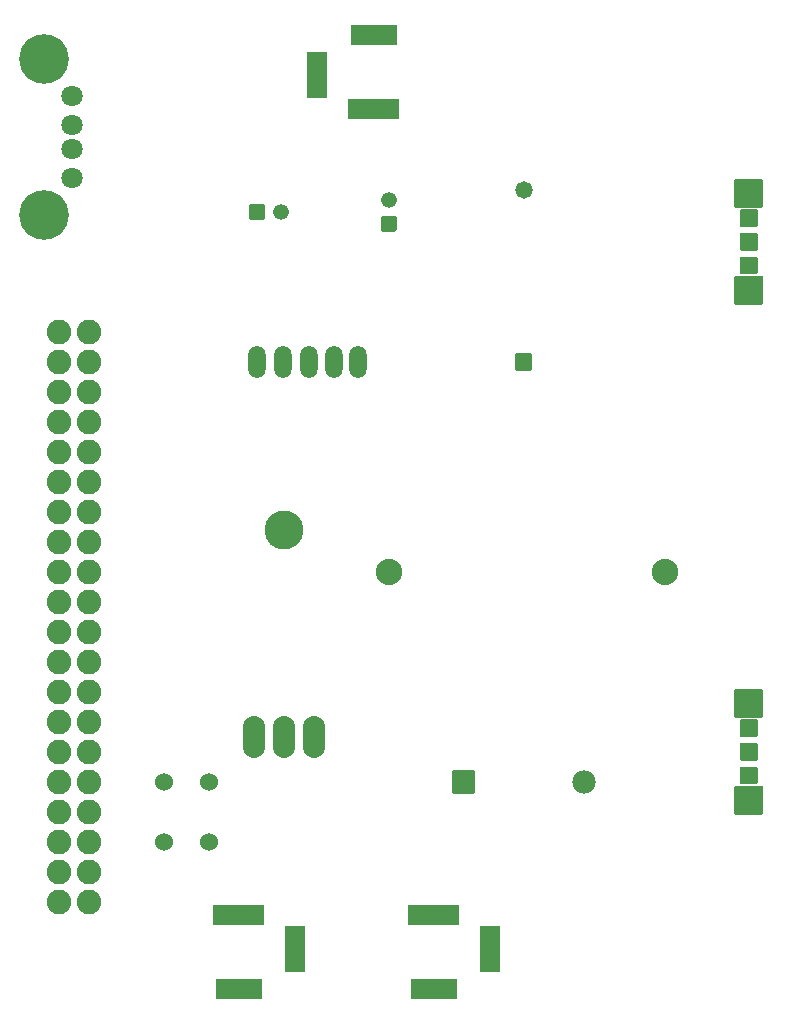
<source format=gts>
G04 #@! TF.GenerationSoftware,KiCad,Pcbnew,(5.1.10)-1*
G04 #@! TF.CreationDate,2021-11-03T22:51:16-05:00*
G04 #@! TF.ProjectId,Kitty_Cannon_Schematic,4b697474-795f-4436-916e-6e6f6e5f5363,rev?*
G04 #@! TF.SameCoordinates,Original*
G04 #@! TF.FileFunction,Soldermask,Top*
G04 #@! TF.FilePolarity,Negative*
%FSLAX46Y46*%
G04 Gerber Fmt 4.6, Leading zero omitted, Abs format (unit mm)*
G04 Created by KiCad (PCBNEW (5.1.10)-1) date 2021-11-03 22:51:16*
%MOMM*%
%LPD*%
G01*
G04 APERTURE LIST*
%ADD10C,0.100000*%
%ADD11C,2.082800*%
%ADD12O,1.473200X2.743200*%
%ADD13C,1.473200*%
%ADD14C,1.981200*%
%ADD15C,1.000000*%
%ADD16C,4.203200*%
%ADD17C,1.803200*%
%ADD18C,3.302000*%
%ADD19O,1.879600X3.556000*%
%ADD20C,1.524000*%
%ADD21C,1.323200*%
%ADD22C,2.235200*%
G04 APERTURE END LIST*
D10*
G36*
X149383440Y-70069790D02*
G01*
X145081100Y-70069790D01*
X145081100Y-71763600D01*
X149383440Y-71763600D01*
X149383440Y-70069790D01*
G37*
G36*
X141581059Y-66068100D02*
G01*
X141581059Y-69963560D01*
X143276600Y-69963560D01*
X143276600Y-66068100D01*
X141581059Y-66068100D01*
G37*
G36*
X149182440Y-63763188D02*
G01*
X145281100Y-63763188D01*
X145281100Y-65463600D01*
X149182440Y-65463600D01*
X149182440Y-63763188D01*
G37*
G36*
X133648760Y-139937410D02*
G01*
X137951100Y-139937410D01*
X137951100Y-138243600D01*
X133648760Y-138243600D01*
X133648760Y-139937410D01*
G37*
G36*
X141451141Y-143939100D02*
G01*
X141451141Y-140043640D01*
X139755600Y-140043640D01*
X139755600Y-143939100D01*
X141451141Y-143939100D01*
G37*
G36*
X133849760Y-146244012D02*
G01*
X137751100Y-146244012D01*
X137751100Y-144543600D01*
X133849760Y-144543600D01*
X133849760Y-146244012D01*
G37*
G36*
X150158760Y-139937410D02*
G01*
X154461100Y-139937410D01*
X154461100Y-138243600D01*
X150158760Y-138243600D01*
X150158760Y-139937410D01*
G37*
G36*
X157961141Y-143939100D02*
G01*
X157961141Y-140043640D01*
X156265600Y-140043640D01*
X156265600Y-143939100D01*
X157961141Y-143939100D01*
G37*
G36*
X150359760Y-146244012D02*
G01*
X154261100Y-146244012D01*
X154261100Y-144543600D01*
X150359760Y-144543600D01*
X150359760Y-146244012D01*
G37*
D11*
X120561100Y-138023600D03*
X123101100Y-138023600D03*
X120561100Y-135483600D03*
X123101100Y-135483600D03*
X120561100Y-132943600D03*
X123101100Y-132943600D03*
X120561100Y-130403600D03*
X123101100Y-130403600D03*
X120561100Y-127863600D03*
X123101100Y-127863600D03*
X120561100Y-125323600D03*
X123101100Y-125323600D03*
X120561100Y-122783600D03*
X123101100Y-122783600D03*
X120561100Y-120243600D03*
X123101100Y-120243600D03*
X120561100Y-117703600D03*
X123101100Y-117703600D03*
X120561100Y-115163600D03*
X123101100Y-115163600D03*
X120561100Y-112623600D03*
X123101100Y-112623600D03*
X120561100Y-110083600D03*
X123101100Y-110083600D03*
X120561100Y-107543600D03*
X123101100Y-107543600D03*
X120561100Y-105003600D03*
X123101100Y-105003600D03*
X120561100Y-102463600D03*
X123101100Y-102463600D03*
X120561100Y-99923600D03*
X123101100Y-99923600D03*
X120561100Y-97383600D03*
X123101100Y-97383600D03*
X120561100Y-94843600D03*
X123101100Y-94843600D03*
X120561100Y-92303600D03*
X123101100Y-92303600D03*
X120561100Y-89763600D03*
X123101100Y-89763600D03*
D12*
X145917920Y-92339160D03*
X143865600Y-92313760D03*
X141745100Y-92303600D03*
X139512040Y-92344240D03*
X137320020Y-92293440D03*
D13*
X159931100Y-77774800D03*
G36*
G01*
X160566100Y-93040200D02*
X159296100Y-93040200D01*
G75*
G02*
X159194500Y-92938600I0J101600D01*
G01*
X159194500Y-91668600D01*
G75*
G02*
X159296100Y-91567000I101600J0D01*
G01*
X160566100Y-91567000D01*
G75*
G02*
X160667700Y-91668600I0J-101600D01*
G01*
X160667700Y-92938600D01*
G75*
G02*
X160566100Y-93040200I-101600J0D01*
G01*
G37*
G36*
G01*
X153860500Y-128752600D02*
X153860500Y-126974600D01*
G75*
G02*
X153962100Y-126873000I101600J0D01*
G01*
X155740100Y-126873000D01*
G75*
G02*
X155841700Y-126974600I0J-101600D01*
G01*
X155841700Y-128752600D01*
G75*
G02*
X155740100Y-128854200I-101600J0D01*
G01*
X153962100Y-128854200D01*
G75*
G02*
X153860500Y-128752600I0J101600D01*
G01*
G37*
D14*
X165011100Y-127863600D03*
G36*
G01*
X143182700Y-67963600D02*
X143182700Y-68063600D01*
G75*
G02*
X143081100Y-68165200I-101600J0D01*
G01*
X142981100Y-68165200D01*
G75*
G02*
X142879500Y-68063600I0J101600D01*
G01*
X142879500Y-67963600D01*
G75*
G02*
X142981100Y-67862000I101600J0D01*
G01*
X143081100Y-67862000D01*
G75*
G02*
X143182700Y-67963600I0J-101600D01*
G01*
G37*
G36*
G01*
X147382700Y-65213600D02*
X147382700Y-65313600D01*
G75*
G02*
X147281100Y-65415200I-101600J0D01*
G01*
X147181100Y-65415200D01*
G75*
G02*
X147079500Y-65313600I0J101600D01*
G01*
X147079500Y-65213600D01*
G75*
G02*
X147181100Y-65112000I101600J0D01*
G01*
X147281100Y-65112000D01*
G75*
G02*
X147382700Y-65213600I0J-101600D01*
G01*
G37*
G36*
G01*
X147382700Y-70263600D02*
X147382700Y-70363600D01*
G75*
G02*
X147281100Y-70465200I-101600J0D01*
G01*
X147181100Y-70465200D01*
G75*
G02*
X147079500Y-70363600I0J101600D01*
G01*
X147079500Y-70263600D01*
G75*
G02*
X147181100Y-70162000I101600J0D01*
G01*
X147281100Y-70162000D01*
G75*
G02*
X147382700Y-70263600I0J-101600D01*
G01*
G37*
D15*
X147231100Y-70913600D03*
X142431100Y-68013600D03*
X147231100Y-64613600D03*
G36*
G01*
X139849500Y-142043600D02*
X139849500Y-141943600D01*
G75*
G02*
X139951100Y-141842000I101600J0D01*
G01*
X140051100Y-141842000D01*
G75*
G02*
X140152700Y-141943600I0J-101600D01*
G01*
X140152700Y-142043600D01*
G75*
G02*
X140051100Y-142145200I-101600J0D01*
G01*
X139951100Y-142145200D01*
G75*
G02*
X139849500Y-142043600I0J101600D01*
G01*
G37*
G36*
G01*
X135649500Y-144793600D02*
X135649500Y-144693600D01*
G75*
G02*
X135751100Y-144592000I101600J0D01*
G01*
X135851100Y-144592000D01*
G75*
G02*
X135952700Y-144693600I0J-101600D01*
G01*
X135952700Y-144793600D01*
G75*
G02*
X135851100Y-144895200I-101600J0D01*
G01*
X135751100Y-144895200D01*
G75*
G02*
X135649500Y-144793600I0J101600D01*
G01*
G37*
G36*
G01*
X135649500Y-139743600D02*
X135649500Y-139643600D01*
G75*
G02*
X135751100Y-139542000I101600J0D01*
G01*
X135851100Y-139542000D01*
G75*
G02*
X135952700Y-139643600I0J-101600D01*
G01*
X135952700Y-139743600D01*
G75*
G02*
X135851100Y-139845200I-101600J0D01*
G01*
X135751100Y-139845200D01*
G75*
G02*
X135649500Y-139743600I0J101600D01*
G01*
G37*
X135801100Y-139093600D03*
X140601100Y-141993600D03*
X135801100Y-145393600D03*
G36*
G01*
X156359500Y-142043600D02*
X156359500Y-141943600D01*
G75*
G02*
X156461100Y-141842000I101600J0D01*
G01*
X156561100Y-141842000D01*
G75*
G02*
X156662700Y-141943600I0J-101600D01*
G01*
X156662700Y-142043600D01*
G75*
G02*
X156561100Y-142145200I-101600J0D01*
G01*
X156461100Y-142145200D01*
G75*
G02*
X156359500Y-142043600I0J101600D01*
G01*
G37*
G36*
G01*
X152159500Y-144793600D02*
X152159500Y-144693600D01*
G75*
G02*
X152261100Y-144592000I101600J0D01*
G01*
X152361100Y-144592000D01*
G75*
G02*
X152462700Y-144693600I0J-101600D01*
G01*
X152462700Y-144793600D01*
G75*
G02*
X152361100Y-144895200I-101600J0D01*
G01*
X152261100Y-144895200D01*
G75*
G02*
X152159500Y-144793600I0J101600D01*
G01*
G37*
G36*
G01*
X152159500Y-139743600D02*
X152159500Y-139643600D01*
G75*
G02*
X152261100Y-139542000I101600J0D01*
G01*
X152361100Y-139542000D01*
G75*
G02*
X152462700Y-139643600I0J-101600D01*
G01*
X152462700Y-139743600D01*
G75*
G02*
X152361100Y-139845200I-101600J0D01*
G01*
X152261100Y-139845200D01*
G75*
G02*
X152159500Y-139743600I0J101600D01*
G01*
G37*
X152311100Y-139093600D03*
X157111100Y-141993600D03*
X152311100Y-145393600D03*
D16*
X119291100Y-79823600D03*
X119291100Y-66683600D03*
D17*
X121691100Y-76753600D03*
X121691100Y-74253600D03*
X121691100Y-72253600D03*
X121691100Y-69753600D03*
G36*
G01*
X180106100Y-130650200D02*
X177856100Y-130650200D01*
G75*
G02*
X177754500Y-130548600I0J101600D01*
G01*
X177754500Y-128298600D01*
G75*
G02*
X177856100Y-128197000I101600J0D01*
G01*
X180106100Y-128197000D01*
G75*
G02*
X180207700Y-128298600I0J-101600D01*
G01*
X180207700Y-130548600D01*
G75*
G02*
X180106100Y-130650200I-101600J0D01*
G01*
G37*
G36*
G01*
X180106100Y-122450200D02*
X177856100Y-122450200D01*
G75*
G02*
X177754500Y-122348600I0J101600D01*
G01*
X177754500Y-120098600D01*
G75*
G02*
X177856100Y-119997000I101600J0D01*
G01*
X180106100Y-119997000D01*
G75*
G02*
X180207700Y-120098600I0J-101600D01*
G01*
X180207700Y-122348600D01*
G75*
G02*
X180106100Y-122450200I-101600J0D01*
G01*
G37*
G36*
G01*
X179635100Y-124079200D02*
X178327100Y-124079200D01*
G75*
G02*
X178225500Y-123977600I0J101600D01*
G01*
X178225500Y-122669600D01*
G75*
G02*
X178327100Y-122568000I101600J0D01*
G01*
X179635100Y-122568000D01*
G75*
G02*
X179736700Y-122669600I0J-101600D01*
G01*
X179736700Y-123977600D01*
G75*
G02*
X179635100Y-124079200I-101600J0D01*
G01*
G37*
G36*
G01*
X179635100Y-128079200D02*
X178327100Y-128079200D01*
G75*
G02*
X178225500Y-127977600I0J101600D01*
G01*
X178225500Y-126669600D01*
G75*
G02*
X178327100Y-126568000I101600J0D01*
G01*
X179635100Y-126568000D01*
G75*
G02*
X179736700Y-126669600I0J-101600D01*
G01*
X179736700Y-127977600D01*
G75*
G02*
X179635100Y-128079200I-101600J0D01*
G01*
G37*
G36*
G01*
X179635100Y-126079200D02*
X178327100Y-126079200D01*
G75*
G02*
X178225500Y-125977600I0J101600D01*
G01*
X178225500Y-124669600D01*
G75*
G02*
X178327100Y-124568000I101600J0D01*
G01*
X179635100Y-124568000D01*
G75*
G02*
X179736700Y-124669600I0J-101600D01*
G01*
X179736700Y-125977600D01*
G75*
G02*
X179635100Y-126079200I-101600J0D01*
G01*
G37*
G36*
G01*
X177856100Y-76817000D02*
X180106100Y-76817000D01*
G75*
G02*
X180207700Y-76918600I0J-101600D01*
G01*
X180207700Y-79168600D01*
G75*
G02*
X180106100Y-79270200I-101600J0D01*
G01*
X177856100Y-79270200D01*
G75*
G02*
X177754500Y-79168600I0J101600D01*
G01*
X177754500Y-76918600D01*
G75*
G02*
X177856100Y-76817000I101600J0D01*
G01*
G37*
G36*
G01*
X177856100Y-85017000D02*
X180106100Y-85017000D01*
G75*
G02*
X180207700Y-85118600I0J-101600D01*
G01*
X180207700Y-87368600D01*
G75*
G02*
X180106100Y-87470200I-101600J0D01*
G01*
X177856100Y-87470200D01*
G75*
G02*
X177754500Y-87368600I0J101600D01*
G01*
X177754500Y-85118600D01*
G75*
G02*
X177856100Y-85017000I101600J0D01*
G01*
G37*
G36*
G01*
X178327100Y-83388000D02*
X179635100Y-83388000D01*
G75*
G02*
X179736700Y-83489600I0J-101600D01*
G01*
X179736700Y-84797600D01*
G75*
G02*
X179635100Y-84899200I-101600J0D01*
G01*
X178327100Y-84899200D01*
G75*
G02*
X178225500Y-84797600I0J101600D01*
G01*
X178225500Y-83489600D01*
G75*
G02*
X178327100Y-83388000I101600J0D01*
G01*
G37*
G36*
G01*
X178327100Y-79388000D02*
X179635100Y-79388000D01*
G75*
G02*
X179736700Y-79489600I0J-101600D01*
G01*
X179736700Y-80797600D01*
G75*
G02*
X179635100Y-80899200I-101600J0D01*
G01*
X178327100Y-80899200D01*
G75*
G02*
X178225500Y-80797600I0J101600D01*
G01*
X178225500Y-79489600D01*
G75*
G02*
X178327100Y-79388000I101600J0D01*
G01*
G37*
G36*
G01*
X178327100Y-81388000D02*
X179635100Y-81388000D01*
G75*
G02*
X179736700Y-81489600I0J-101600D01*
G01*
X179736700Y-82797600D01*
G75*
G02*
X179635100Y-82899200I-101600J0D01*
G01*
X178327100Y-82899200D01*
G75*
G02*
X178225500Y-82797600I0J101600D01*
G01*
X178225500Y-81489600D01*
G75*
G02*
X178327100Y-81388000I101600J0D01*
G01*
G37*
D18*
X139611100Y-106527600D03*
D19*
X142151100Y-124053600D03*
X139611100Y-124053600D03*
X137071100Y-124053600D03*
D20*
X129451100Y-132943600D03*
X129451100Y-127863600D03*
X133261100Y-132943600D03*
X133261100Y-127863600D03*
D21*
X139341100Y-79603600D03*
G36*
G01*
X136679500Y-80163601D02*
X136679500Y-79043599D01*
G75*
G02*
X136781099Y-78942000I101599J0D01*
G01*
X137901101Y-78942000D01*
G75*
G02*
X138002700Y-79043599I0J-101599D01*
G01*
X138002700Y-80163601D01*
G75*
G02*
X137901101Y-80265200I-101599J0D01*
G01*
X136781099Y-80265200D01*
G75*
G02*
X136679500Y-80163601I0J101599D01*
G01*
G37*
X148501100Y-78603600D03*
G36*
G01*
X149061101Y-81265200D02*
X147941099Y-81265200D01*
G75*
G02*
X147839500Y-81163601I0J101599D01*
G01*
X147839500Y-80043599D01*
G75*
G02*
X147941099Y-79942000I101599J0D01*
G01*
X149061101Y-79942000D01*
G75*
G02*
X149162700Y-80043599I0J-101599D01*
G01*
X149162700Y-81163601D01*
G75*
G02*
X149061101Y-81265200I-101599J0D01*
G01*
G37*
D22*
X171894500Y-110083600D03*
X148501100Y-110083600D03*
M02*

</source>
